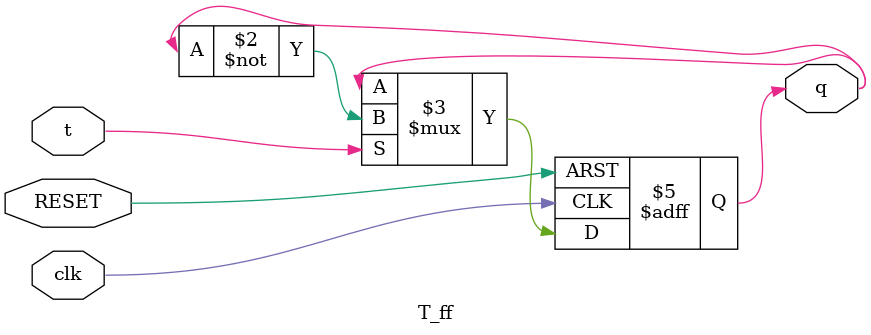
<source format=v>
`timescale 1ns / 1ps


module T_ff(
    input t, clk, RESET,
    output reg q
    );
    
always @(posedge clk or posedge RESET) begin
    if(RESET) // active when high
        q <= 1'b0;
     else if(t)
        q <= ~q;
        
end
endmodule


</source>
